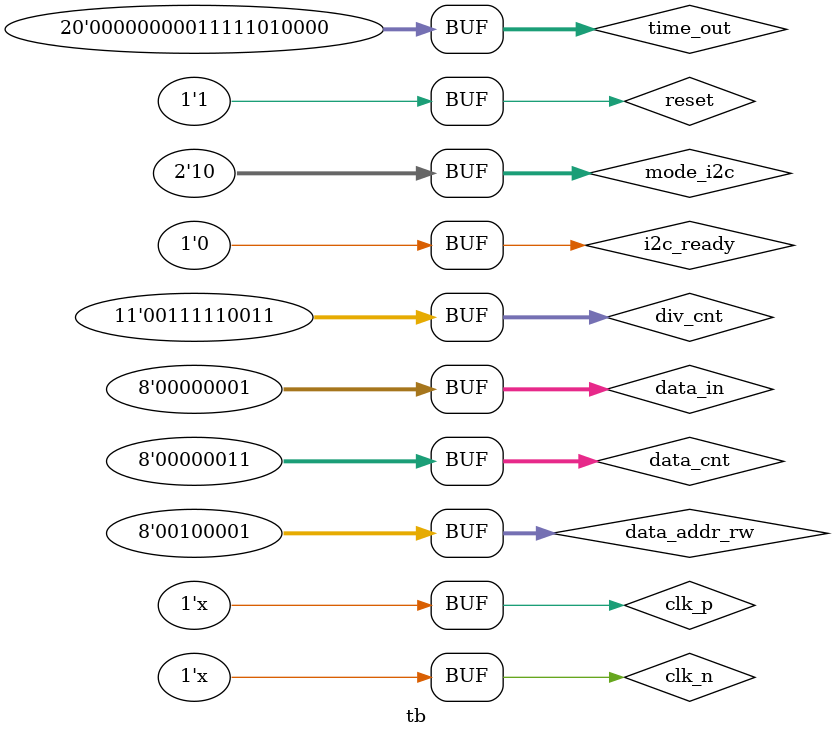
<source format=v>
`timescale 1ns / 1ps

module tb(

    );
    reg   reset = 0;
    wire   clk_n;
    reg   clk_p = 0;
    wire scl,sda;
    
    reg  [7:0]   data_in    ;
    wire  [7:0]   data_out   ;
    // master
    reg  [19:0]  time_out       ;
    reg  [7:0]   data_cnt        ;
    reg  [7:0]   data_addr_rw    ;
    reg          i2c_ready   ;
    reg  [10:0]  div_cnt   ;
    // slave
    reg  [6:0]   addr_device     ;
    reg  [1:0]   mode_i2c        ;
    
    top_cpu top_cpu(
    .reset(reset),
    .clk_n(clk_n),
    .clk_p(clk_p),
    .clk_out2(clk_out2),
    .sda(sda),
    .scl(scl)
    );
/*
    i2c_slave_model slave(
    .clk(clk_out2),
    .rst(reset),
    .data_in(data_in),
    .data_out(data_out),
    .addr_device(addr_device),
    .mode_i2c(mode_i2c),  
    .sda(sda),
    .scl(scl)
    );*/
    i2c_master_model    master
    (
    .clk(clk_out2),
    .rst(reset),
    .i2c_ready(i2c_ready),
    .mode_i2c(mode_i2c),
    .data_in(data_in),
    .data_out(data_out),
    .div_cnt(div_cnt),
    .data_addr_rw(data_addr_rw),
    .data_cnt(data_cnt),
    .time_out(time_out),
    .sda(sda),
    .scl(scl)
    );
    pullup p1(sda);
    pullup p2(scl);
    always #10 clk_p = ~clk_p;
    assign clk_n = ~clk_p;
    initial begin
       reset = 0;
       #100;
       i2c_ready =0;
       reset = 1; 
          
                #20000
                mode_i2c = 2'b10 ;
                time_out = 20'd2000;
                  i2c_ready = 1;
                 div_cnt  = 11'd499 ;
                 data_addr_rw = 8'b0010_0000;
                 data_cnt = 4 ;
              
                  #200000
                  data_in = 8'b0000_0000;
                  #180000
                  data_in = 8'b0000_1000;
                  #180000
                  data_in = 8'b0000_0001;
                  #180000
                  data_in = 8'b0000_0010;
                  #180000
                  data_in = 8'b0000_0001;
                  #200000
                  data_addr_rw = 8'b0010_0001 ;
                  data_cnt = 3 ;
                  #1000000
                  i2c_ready = 0 ;
    end
    
endmodule
</source>
